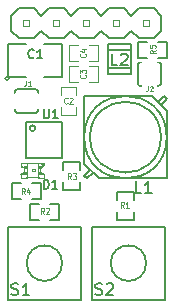
<source format=gto>
G04 (created by PCBNEW (2013-07-07 BZR 4022)-stable) date 7/23/2013 8:12:12 PM*
%MOIN*%
G04 Gerber Fmt 3.4, Leading zero omitted, Abs format*
%FSLAX34Y34*%
G01*
G70*
G90*
G04 APERTURE LIST*
%ADD10C,0.00590551*%
%ADD11C,0.0026*%
%ADD12C,0.008*%
%ADD13C,0.005*%
%ADD14C,0.0047*%
%ADD15C,0.004*%
%ADD16C,0.002*%
%ADD17C,0.006*%
%ADD18C,0.0045*%
%ADD19C,0.0035*%
G04 APERTURE END LIST*
G54D10*
G54D11*
X51400Y-20600D02*
X51600Y-20600D01*
X51600Y-20600D02*
X51600Y-20400D01*
X51400Y-20400D02*
X51600Y-20400D01*
X51400Y-20600D02*
X51400Y-20400D01*
X50400Y-20600D02*
X50600Y-20600D01*
X50600Y-20600D02*
X50600Y-20400D01*
X50400Y-20400D02*
X50600Y-20400D01*
X50400Y-20600D02*
X50400Y-20400D01*
X49400Y-20600D02*
X49600Y-20600D01*
X49600Y-20600D02*
X49600Y-20400D01*
X49400Y-20400D02*
X49600Y-20400D01*
X49400Y-20600D02*
X49400Y-20400D01*
X48400Y-20600D02*
X48600Y-20600D01*
X48600Y-20600D02*
X48600Y-20400D01*
X48400Y-20400D02*
X48600Y-20400D01*
X48400Y-20600D02*
X48400Y-20400D01*
X47400Y-20600D02*
X47600Y-20600D01*
X47600Y-20600D02*
X47600Y-20400D01*
X47400Y-20400D02*
X47600Y-20400D01*
X47400Y-20600D02*
X47400Y-20400D01*
G54D12*
X50250Y-20000D02*
X50750Y-20000D01*
X50750Y-20000D02*
X51000Y-20250D01*
X51000Y-20750D02*
X50750Y-21000D01*
X51000Y-20250D02*
X51250Y-20000D01*
X51250Y-20000D02*
X51750Y-20000D01*
X51750Y-20000D02*
X52000Y-20250D01*
X52000Y-20750D02*
X51750Y-21000D01*
X51750Y-21000D02*
X51250Y-21000D01*
X51250Y-21000D02*
X51000Y-20750D01*
X49000Y-20250D02*
X49250Y-20000D01*
X49250Y-20000D02*
X49750Y-20000D01*
X49750Y-20000D02*
X50000Y-20250D01*
X50000Y-20750D02*
X49750Y-21000D01*
X49750Y-21000D02*
X49250Y-21000D01*
X49250Y-21000D02*
X49000Y-20750D01*
X50250Y-20000D02*
X50000Y-20250D01*
X50000Y-20750D02*
X50250Y-21000D01*
X50750Y-21000D02*
X50250Y-21000D01*
X47250Y-20000D02*
X47750Y-20000D01*
X47750Y-20000D02*
X48000Y-20250D01*
X48000Y-20750D02*
X47750Y-21000D01*
X48000Y-20250D02*
X48250Y-20000D01*
X48250Y-20000D02*
X48750Y-20000D01*
X48750Y-20000D02*
X49000Y-20250D01*
X49000Y-20750D02*
X48750Y-21000D01*
X48750Y-21000D02*
X48250Y-21000D01*
X48250Y-21000D02*
X48000Y-20750D01*
X47000Y-20250D02*
X47000Y-20750D01*
X47250Y-20000D02*
X47000Y-20250D01*
X47000Y-20750D02*
X47250Y-21000D01*
X47750Y-21000D02*
X47250Y-21000D01*
X52000Y-20250D02*
X52000Y-20750D01*
G54D10*
X51490Y-28500D02*
G75*
G03X51490Y-28500I-590J0D01*
G74*
G01*
X52120Y-27279D02*
X52120Y-29720D01*
X52120Y-29720D02*
X49679Y-29720D01*
X49679Y-29720D02*
X49679Y-27279D01*
X49679Y-27279D02*
X52120Y-27279D01*
G54D12*
X47800Y-24000D02*
G75*
G03X47800Y-24000I-100J0D01*
G74*
G01*
X47500Y-25000D02*
X47500Y-23800D01*
X47500Y-23800D02*
X48700Y-23800D01*
X48700Y-23800D02*
X48700Y-25000D01*
X48700Y-25000D02*
X47500Y-25000D01*
G54D13*
X46920Y-22350D02*
G75*
G03X46920Y-22350I-70J0D01*
G74*
G01*
X47500Y-21200D02*
X46900Y-21200D01*
X46900Y-21200D02*
X46900Y-22300D01*
X46900Y-22300D02*
X47500Y-22300D01*
X48100Y-22300D02*
X48700Y-22300D01*
X48700Y-22300D02*
X48700Y-21200D01*
X48700Y-21200D02*
X48100Y-21200D01*
X50525Y-26797D02*
X50525Y-27075D01*
X50525Y-27075D02*
X51075Y-27075D01*
X51075Y-27075D02*
X51075Y-26797D01*
X50525Y-26125D02*
X50525Y-26403D01*
X50525Y-26125D02*
X51075Y-26125D01*
X51075Y-26125D02*
X51075Y-26403D01*
X47903Y-26525D02*
X47625Y-26525D01*
X47625Y-26525D02*
X47625Y-27075D01*
X47625Y-27075D02*
X47903Y-27075D01*
X48575Y-26525D02*
X48297Y-26525D01*
X48575Y-26525D02*
X48575Y-27075D01*
X48575Y-27075D02*
X48297Y-27075D01*
X49275Y-25403D02*
X49275Y-25125D01*
X49275Y-25125D02*
X48725Y-25125D01*
X48725Y-25125D02*
X48725Y-25403D01*
X49275Y-26075D02*
X49275Y-25797D01*
X49275Y-26075D02*
X48725Y-26075D01*
X48725Y-26075D02*
X48725Y-25797D01*
X47697Y-26375D02*
X47975Y-26375D01*
X47975Y-26375D02*
X47975Y-25825D01*
X47975Y-25825D02*
X47697Y-25825D01*
X47025Y-26375D02*
X47303Y-26375D01*
X47025Y-26375D02*
X47025Y-25825D01*
X47025Y-25825D02*
X47303Y-25825D01*
G54D14*
X49156Y-22903D02*
X49156Y-22628D01*
X49156Y-23297D02*
X49156Y-23572D01*
X48644Y-22903D02*
X48644Y-22628D01*
X48644Y-23572D02*
X48644Y-23297D01*
X48650Y-22628D02*
X49150Y-22628D01*
X49150Y-23572D02*
X48650Y-23572D01*
X49203Y-21944D02*
X48928Y-21944D01*
X49597Y-21944D02*
X49872Y-21944D01*
X49203Y-22456D02*
X48928Y-22456D01*
X49872Y-22456D02*
X49597Y-22456D01*
X48928Y-22450D02*
X48928Y-21950D01*
X49872Y-21950D02*
X49872Y-22450D01*
X49203Y-21244D02*
X48928Y-21244D01*
X49597Y-21244D02*
X49872Y-21244D01*
X49203Y-21756D02*
X48928Y-21756D01*
X49872Y-21756D02*
X49597Y-21756D01*
X48928Y-21750D02*
X48928Y-21250D01*
X49872Y-21250D02*
X49872Y-21750D01*
G54D11*
X47896Y-25518D02*
X47896Y-25646D01*
X47896Y-25646D02*
X48093Y-25646D01*
X48093Y-25518D02*
X48093Y-25646D01*
X47896Y-25518D02*
X48093Y-25518D01*
X47896Y-25273D02*
X47896Y-25332D01*
X47896Y-25332D02*
X47995Y-25332D01*
X47995Y-25273D02*
X47995Y-25332D01*
X47896Y-25273D02*
X47995Y-25273D01*
X47896Y-25468D02*
X47896Y-25527D01*
X47896Y-25527D02*
X47995Y-25527D01*
X47995Y-25468D02*
X47995Y-25527D01*
X47896Y-25468D02*
X47995Y-25468D01*
X47896Y-25322D02*
X47896Y-25478D01*
X47896Y-25478D02*
X47965Y-25478D01*
X47965Y-25322D02*
X47965Y-25478D01*
X47896Y-25322D02*
X47965Y-25322D01*
X47307Y-25518D02*
X47307Y-25646D01*
X47307Y-25646D02*
X47504Y-25646D01*
X47504Y-25518D02*
X47504Y-25646D01*
X47307Y-25518D02*
X47504Y-25518D01*
X47307Y-25154D02*
X47307Y-25282D01*
X47307Y-25282D02*
X47504Y-25282D01*
X47504Y-25154D02*
X47504Y-25282D01*
X47307Y-25154D02*
X47504Y-25154D01*
X47405Y-25468D02*
X47405Y-25527D01*
X47405Y-25527D02*
X47504Y-25527D01*
X47504Y-25468D02*
X47504Y-25527D01*
X47405Y-25468D02*
X47504Y-25468D01*
X47405Y-25273D02*
X47405Y-25332D01*
X47405Y-25332D02*
X47504Y-25332D01*
X47504Y-25273D02*
X47504Y-25332D01*
X47405Y-25273D02*
X47504Y-25273D01*
X47435Y-25322D02*
X47435Y-25478D01*
X47435Y-25478D02*
X47504Y-25478D01*
X47504Y-25322D02*
X47504Y-25478D01*
X47435Y-25322D02*
X47504Y-25322D01*
X47700Y-25361D02*
X47700Y-25439D01*
X47700Y-25439D02*
X47778Y-25439D01*
X47778Y-25361D02*
X47778Y-25439D01*
X47700Y-25361D02*
X47778Y-25361D01*
X47896Y-25164D02*
X47896Y-25282D01*
X47896Y-25282D02*
X48014Y-25282D01*
X48014Y-25164D02*
X48014Y-25282D01*
X47896Y-25164D02*
X48014Y-25164D01*
X48064Y-25154D02*
X48064Y-25243D01*
X48064Y-25243D02*
X48093Y-25243D01*
X48093Y-25154D02*
X48093Y-25243D01*
X48064Y-25154D02*
X48093Y-25154D01*
G54D15*
X47906Y-25626D02*
X47494Y-25626D01*
X47504Y-25174D02*
X48064Y-25174D01*
G54D16*
X48062Y-25223D02*
G75*
G03X48062Y-25223I-28J0D01*
G74*
G01*
G54D15*
X48093Y-25263D02*
G75*
G03X48093Y-25537I0J-137D01*
G74*
G01*
X47307Y-25537D02*
G75*
G03X47307Y-25263I0J137D01*
G74*
G01*
G54D10*
X51981Y-23217D02*
X52177Y-23020D01*
X52177Y-23020D02*
X52079Y-22922D01*
X52079Y-22922D02*
X51882Y-23118D01*
X49520Y-25677D02*
X49717Y-25481D01*
X49717Y-25481D02*
X49520Y-25677D01*
X49520Y-25677D02*
X49422Y-25579D01*
X49422Y-25579D02*
X49618Y-25382D01*
X51981Y-24300D02*
G75*
G03X51981Y-24300I-1181J0D01*
G74*
G01*
X49422Y-25185D02*
X49422Y-22922D01*
X52177Y-25677D02*
X49914Y-25677D01*
X49914Y-25677D02*
X49422Y-25185D01*
X52177Y-23414D02*
X51685Y-22922D01*
X51685Y-22922D02*
X49422Y-22922D01*
X52177Y-23414D02*
X52177Y-25677D01*
X52177Y-24300D02*
G75*
G03X52177Y-24300I-1377J0D01*
G74*
G01*
X50993Y-21995D02*
X50206Y-21995D01*
X50206Y-21404D02*
X50993Y-21404D01*
X50206Y-21207D02*
X50993Y-21207D01*
X50993Y-21207D02*
X50993Y-22192D01*
X50993Y-22192D02*
X50206Y-22192D01*
X50206Y-22192D02*
X50206Y-21207D01*
X48690Y-28500D02*
G75*
G03X48690Y-28500I-590J0D01*
G74*
G01*
X49320Y-27279D02*
X49320Y-29720D01*
X49320Y-29720D02*
X46879Y-29720D01*
X46879Y-29720D02*
X46879Y-27279D01*
X46879Y-27279D02*
X49320Y-27279D01*
G54D13*
X51503Y-21125D02*
X51225Y-21125D01*
X51225Y-21125D02*
X51225Y-21675D01*
X51225Y-21675D02*
X51503Y-21675D01*
X52175Y-21125D02*
X51897Y-21125D01*
X52175Y-21125D02*
X52175Y-21675D01*
X52175Y-21675D02*
X51897Y-21675D01*
G54D12*
X51993Y-21886D02*
X51993Y-22514D01*
X51207Y-22514D02*
X51207Y-21886D01*
X51324Y-21807D02*
G75*
G03X51207Y-21885I-19J-97D01*
G74*
G01*
X51206Y-22514D02*
G75*
G03X51324Y-22593I98J19D01*
G74*
G01*
X51875Y-22592D02*
G75*
G03X51992Y-22514I19J97D01*
G74*
G01*
X51993Y-21885D02*
G75*
G03X51875Y-21806I-98J-19D01*
G74*
G01*
X47814Y-23493D02*
X47186Y-23493D01*
X47186Y-22707D02*
X47814Y-22707D01*
X47892Y-22824D02*
G75*
G03X47814Y-22707I-97J19D01*
G74*
G01*
X47185Y-22706D02*
G75*
G03X47106Y-22824I19J-98D01*
G74*
G01*
X47107Y-23375D02*
G75*
G03X47185Y-23492I97J-19D01*
G74*
G01*
X47814Y-23493D02*
G75*
G03X47893Y-23375I-19J98D01*
G74*
G01*
G54D10*
X49800Y-29540D02*
X49856Y-29559D01*
X49950Y-29559D01*
X49987Y-29540D01*
X50006Y-29521D01*
X50025Y-29484D01*
X50025Y-29446D01*
X50006Y-29409D01*
X49987Y-29390D01*
X49950Y-29371D01*
X49875Y-29353D01*
X49837Y-29334D01*
X49818Y-29315D01*
X49800Y-29278D01*
X49800Y-29240D01*
X49818Y-29203D01*
X49837Y-29184D01*
X49875Y-29165D01*
X49968Y-29165D01*
X50025Y-29184D01*
X50174Y-29203D02*
X50193Y-29184D01*
X50231Y-29165D01*
X50324Y-29165D01*
X50362Y-29184D01*
X50381Y-29203D01*
X50399Y-29240D01*
X50399Y-29278D01*
X50381Y-29334D01*
X50156Y-29559D01*
X50399Y-29559D01*
G54D17*
X48071Y-23371D02*
X48071Y-23614D01*
X48085Y-23642D01*
X48100Y-23657D01*
X48128Y-23671D01*
X48185Y-23671D01*
X48214Y-23657D01*
X48228Y-23642D01*
X48242Y-23614D01*
X48242Y-23371D01*
X48542Y-23671D02*
X48371Y-23671D01*
X48457Y-23671D02*
X48457Y-23371D01*
X48428Y-23414D01*
X48400Y-23442D01*
X48371Y-23457D01*
G54D13*
X47750Y-21642D02*
X47735Y-21657D01*
X47692Y-21671D01*
X47664Y-21671D01*
X47621Y-21657D01*
X47592Y-21628D01*
X47578Y-21600D01*
X47564Y-21542D01*
X47564Y-21500D01*
X47578Y-21442D01*
X47592Y-21414D01*
X47621Y-21385D01*
X47664Y-21371D01*
X47692Y-21371D01*
X47735Y-21385D01*
X47750Y-21400D01*
X48035Y-21671D02*
X47864Y-21671D01*
X47950Y-21671D02*
X47950Y-21371D01*
X47921Y-21414D01*
X47892Y-21442D01*
X47864Y-21457D01*
G54D18*
X50745Y-26654D02*
X50685Y-26560D01*
X50642Y-26654D02*
X50642Y-26457D01*
X50710Y-26457D01*
X50727Y-26467D01*
X50736Y-26476D01*
X50745Y-26495D01*
X50745Y-26523D01*
X50736Y-26542D01*
X50727Y-26551D01*
X50710Y-26560D01*
X50642Y-26560D01*
X50916Y-26654D02*
X50813Y-26654D01*
X50865Y-26654D02*
X50865Y-26457D01*
X50847Y-26485D01*
X50830Y-26504D01*
X50813Y-26514D01*
X48095Y-26854D02*
X48035Y-26760D01*
X47992Y-26854D02*
X47992Y-26657D01*
X48060Y-26657D01*
X48077Y-26667D01*
X48086Y-26676D01*
X48095Y-26695D01*
X48095Y-26723D01*
X48086Y-26742D01*
X48077Y-26751D01*
X48060Y-26760D01*
X47992Y-26760D01*
X48163Y-26676D02*
X48172Y-26667D01*
X48189Y-26657D01*
X48232Y-26657D01*
X48249Y-26667D01*
X48257Y-26676D01*
X48266Y-26695D01*
X48266Y-26714D01*
X48257Y-26742D01*
X48155Y-26854D01*
X48266Y-26854D01*
X48995Y-25704D02*
X48935Y-25610D01*
X48892Y-25704D02*
X48892Y-25507D01*
X48960Y-25507D01*
X48977Y-25517D01*
X48986Y-25526D01*
X48995Y-25545D01*
X48995Y-25573D01*
X48986Y-25592D01*
X48977Y-25601D01*
X48960Y-25610D01*
X48892Y-25610D01*
X49055Y-25507D02*
X49166Y-25507D01*
X49106Y-25582D01*
X49132Y-25582D01*
X49149Y-25592D01*
X49157Y-25601D01*
X49166Y-25620D01*
X49166Y-25667D01*
X49157Y-25685D01*
X49149Y-25695D01*
X49132Y-25704D01*
X49080Y-25704D01*
X49063Y-25695D01*
X49055Y-25685D01*
X47445Y-26204D02*
X47385Y-26110D01*
X47342Y-26204D02*
X47342Y-26007D01*
X47410Y-26007D01*
X47427Y-26017D01*
X47436Y-26026D01*
X47445Y-26045D01*
X47445Y-26073D01*
X47436Y-26092D01*
X47427Y-26101D01*
X47410Y-26110D01*
X47342Y-26110D01*
X47599Y-26073D02*
X47599Y-26204D01*
X47556Y-25998D02*
X47513Y-26139D01*
X47625Y-26139D01*
X48870Y-23161D02*
X48861Y-23171D01*
X48835Y-23180D01*
X48818Y-23180D01*
X48792Y-23171D01*
X48775Y-23152D01*
X48767Y-23133D01*
X48758Y-23095D01*
X48758Y-23066D01*
X48767Y-23028D01*
X48775Y-23009D01*
X48792Y-22990D01*
X48818Y-22980D01*
X48835Y-22980D01*
X48861Y-22990D01*
X48870Y-23000D01*
X48938Y-23000D02*
X48947Y-22990D01*
X48964Y-22980D01*
X49007Y-22980D01*
X49024Y-22990D01*
X49032Y-23000D01*
X49041Y-23019D01*
X49041Y-23038D01*
X49032Y-23066D01*
X48930Y-23180D01*
X49041Y-23180D01*
X49461Y-22230D02*
X49471Y-22238D01*
X49480Y-22264D01*
X49480Y-22281D01*
X49471Y-22307D01*
X49452Y-22324D01*
X49433Y-22332D01*
X49395Y-22341D01*
X49366Y-22341D01*
X49328Y-22332D01*
X49309Y-22324D01*
X49290Y-22307D01*
X49280Y-22281D01*
X49280Y-22264D01*
X49290Y-22238D01*
X49300Y-22230D01*
X49280Y-22170D02*
X49280Y-22058D01*
X49357Y-22118D01*
X49357Y-22092D01*
X49366Y-22075D01*
X49376Y-22067D01*
X49395Y-22058D01*
X49442Y-22058D01*
X49461Y-22067D01*
X49471Y-22075D01*
X49480Y-22092D01*
X49480Y-22144D01*
X49471Y-22161D01*
X49461Y-22170D01*
X49461Y-21530D02*
X49471Y-21538D01*
X49480Y-21564D01*
X49480Y-21581D01*
X49471Y-21607D01*
X49452Y-21624D01*
X49433Y-21632D01*
X49395Y-21641D01*
X49366Y-21641D01*
X49328Y-21632D01*
X49309Y-21624D01*
X49290Y-21607D01*
X49280Y-21581D01*
X49280Y-21564D01*
X49290Y-21538D01*
X49300Y-21530D01*
X49347Y-21375D02*
X49480Y-21375D01*
X49271Y-21418D02*
X49414Y-21461D01*
X49414Y-21350D01*
G54D13*
X48078Y-26021D02*
X48078Y-25721D01*
X48150Y-25721D01*
X48192Y-25735D01*
X48221Y-25764D01*
X48235Y-25792D01*
X48250Y-25850D01*
X48250Y-25892D01*
X48235Y-25950D01*
X48221Y-25978D01*
X48192Y-26007D01*
X48150Y-26021D01*
X48078Y-26021D01*
X48535Y-26021D02*
X48364Y-26021D01*
X48450Y-26021D02*
X48450Y-25721D01*
X48421Y-25764D01*
X48392Y-25792D01*
X48364Y-25807D01*
G54D10*
X51334Y-26159D02*
X51146Y-26159D01*
X51146Y-25765D01*
X51671Y-26159D02*
X51446Y-26159D01*
X51559Y-26159D02*
X51559Y-25765D01*
X51521Y-25821D01*
X51484Y-25859D01*
X51446Y-25878D01*
X50534Y-21909D02*
X50346Y-21909D01*
X50346Y-21515D01*
X50646Y-21553D02*
X50665Y-21534D01*
X50703Y-21515D01*
X50796Y-21515D01*
X50834Y-21534D01*
X50853Y-21553D01*
X50871Y-21590D01*
X50871Y-21628D01*
X50853Y-21684D01*
X50628Y-21909D01*
X50871Y-21909D01*
X47000Y-29540D02*
X47056Y-29559D01*
X47150Y-29559D01*
X47187Y-29540D01*
X47206Y-29521D01*
X47225Y-29484D01*
X47225Y-29446D01*
X47206Y-29409D01*
X47187Y-29390D01*
X47150Y-29371D01*
X47075Y-29353D01*
X47037Y-29334D01*
X47018Y-29315D01*
X47000Y-29278D01*
X47000Y-29240D01*
X47018Y-29203D01*
X47037Y-29184D01*
X47075Y-29165D01*
X47168Y-29165D01*
X47225Y-29184D01*
X47599Y-29559D02*
X47374Y-29559D01*
X47487Y-29559D02*
X47487Y-29165D01*
X47449Y-29221D01*
X47412Y-29259D01*
X47374Y-29278D01*
G54D18*
X51804Y-21405D02*
X51710Y-21465D01*
X51804Y-21507D02*
X51607Y-21507D01*
X51607Y-21439D01*
X51617Y-21422D01*
X51626Y-21413D01*
X51645Y-21405D01*
X51673Y-21405D01*
X51692Y-21413D01*
X51701Y-21422D01*
X51710Y-21439D01*
X51710Y-21507D01*
X51607Y-21242D02*
X51607Y-21327D01*
X51701Y-21336D01*
X51692Y-21327D01*
X51682Y-21310D01*
X51682Y-21267D01*
X51692Y-21250D01*
X51701Y-21242D01*
X51720Y-21233D01*
X51767Y-21233D01*
X51785Y-21242D01*
X51795Y-21250D01*
X51804Y-21267D01*
X51804Y-21310D01*
X51795Y-21327D01*
X51785Y-21336D01*
G54D19*
X51546Y-22604D02*
X51546Y-22719D01*
X51539Y-22741D01*
X51523Y-22757D01*
X51500Y-22764D01*
X51485Y-22764D01*
X51615Y-22620D02*
X51622Y-22612D01*
X51638Y-22604D01*
X51676Y-22604D01*
X51691Y-22612D01*
X51699Y-22620D01*
X51706Y-22635D01*
X51706Y-22650D01*
X51699Y-22673D01*
X51607Y-22764D01*
X51706Y-22764D01*
X47488Y-22424D02*
X47488Y-22539D01*
X47481Y-22561D01*
X47465Y-22577D01*
X47442Y-22584D01*
X47427Y-22584D01*
X47648Y-22584D02*
X47557Y-22584D01*
X47602Y-22584D02*
X47602Y-22424D01*
X47587Y-22447D01*
X47572Y-22462D01*
X47557Y-22470D01*
M02*

</source>
